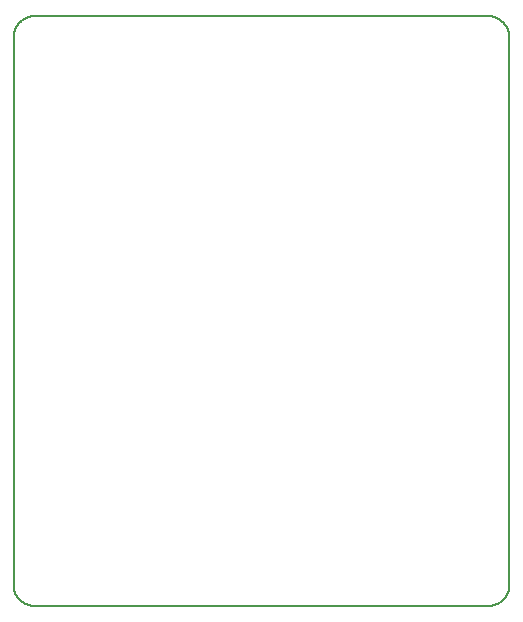
<source format=gm1>
G04 MADE WITH FRITZING*
G04 WWW.FRITZING.ORG*
G04 DOUBLE SIDED*
G04 HOLES PLATED*
G04 CONTOUR ON CENTER OF CONTOUR VECTOR*
%ASAXBY*%
%FSLAX23Y23*%
%MOIN*%
%OFA0B0*%
%SFA1.0B1.0*%
%ADD10C,0.008*%
%LNCONTOUR*%
G90*
G70*
G54D10*
X66Y1969D02*
X67Y1969D01*
X68Y1969D01*
X69Y1969D01*
X70Y1969D01*
X71Y1969D01*
X72Y1969D01*
X73Y1969D01*
X74Y1969D01*
X75Y1969D01*
X76Y1969D01*
X77Y1969D01*
X78Y1969D01*
X79Y1969D01*
X80Y1969D01*
X81Y1969D01*
X82Y1969D01*
X83Y1969D01*
X84Y1969D01*
X85Y1969D01*
X86Y1969D01*
X87Y1969D01*
X88Y1969D01*
X89Y1969D01*
X90Y1969D01*
X91Y1969D01*
X92Y1969D01*
X93Y1969D01*
X94Y1969D01*
X95Y1969D01*
X96Y1969D01*
X97Y1969D01*
X98Y1969D01*
X99Y1969D01*
X100Y1969D01*
X101Y1969D01*
X102Y1969D01*
X103Y1969D01*
X104Y1969D01*
X105Y1969D01*
X106Y1969D01*
X107Y1969D01*
X108Y1969D01*
X109Y1969D01*
X110Y1969D01*
X111Y1969D01*
X112Y1969D01*
X113Y1969D01*
X114Y1969D01*
X115Y1969D01*
X116Y1969D01*
X117Y1969D01*
X118Y1969D01*
X119Y1969D01*
X120Y1969D01*
X121Y1969D01*
X122Y1969D01*
X123Y1969D01*
X124Y1969D01*
X125Y1969D01*
X126Y1969D01*
X127Y1969D01*
X128Y1969D01*
X129Y1969D01*
X130Y1969D01*
X131Y1969D01*
X132Y1969D01*
X133Y1969D01*
X134Y1969D01*
X135Y1969D01*
X136Y1969D01*
X137Y1969D01*
X138Y1969D01*
X139Y1969D01*
X140Y1969D01*
X141Y1969D01*
X142Y1969D01*
X143Y1969D01*
X144Y1969D01*
X145Y1969D01*
X146Y1969D01*
X147Y1969D01*
X148Y1969D01*
X149Y1969D01*
X150Y1969D01*
X151Y1969D01*
X152Y1969D01*
X153Y1969D01*
X154Y1969D01*
X155Y1969D01*
X156Y1969D01*
X157Y1969D01*
X158Y1969D01*
X159Y1969D01*
X160Y1969D01*
X161Y1969D01*
X162Y1969D01*
X163Y1969D01*
X164Y1969D01*
X165Y1969D01*
X166Y1969D01*
X167Y1969D01*
X168Y1969D01*
X169Y1969D01*
X170Y1969D01*
X171Y1969D01*
X172Y1969D01*
X173Y1969D01*
X174Y1969D01*
X175Y1969D01*
X176Y1969D01*
X177Y1969D01*
X178Y1969D01*
X179Y1969D01*
X180Y1969D01*
X181Y1969D01*
X182Y1969D01*
X183Y1969D01*
X184Y1969D01*
X185Y1969D01*
X186Y1969D01*
X187Y1969D01*
X188Y1969D01*
X189Y1969D01*
X190Y1969D01*
X191Y1969D01*
X192Y1969D01*
X193Y1969D01*
X194Y1969D01*
X195Y1969D01*
X196Y1969D01*
X197Y1969D01*
X198Y1969D01*
X199Y1969D01*
X200Y1969D01*
X201Y1969D01*
X202Y1969D01*
X203Y1969D01*
X204Y1969D01*
X205Y1969D01*
X206Y1969D01*
X207Y1969D01*
X208Y1969D01*
X209Y1969D01*
X210Y1969D01*
X211Y1969D01*
X212Y1969D01*
X213Y1969D01*
X214Y1969D01*
X215Y1969D01*
X216Y1969D01*
X217Y1969D01*
X218Y1969D01*
X219Y1969D01*
X220Y1969D01*
X221Y1969D01*
X222Y1969D01*
X223Y1969D01*
X224Y1969D01*
X225Y1969D01*
X226Y1969D01*
X227Y1969D01*
X228Y1969D01*
X229Y1969D01*
X230Y1969D01*
X231Y1969D01*
X232Y1969D01*
X233Y1969D01*
X234Y1969D01*
X235Y1969D01*
X236Y1969D01*
X237Y1969D01*
X238Y1969D01*
X239Y1969D01*
X240Y1969D01*
X241Y1969D01*
X242Y1969D01*
X243Y1969D01*
X244Y1969D01*
X245Y1969D01*
X246Y1969D01*
X247Y1969D01*
X248Y1969D01*
X249Y1969D01*
X250Y1969D01*
X251Y1969D01*
X252Y1969D01*
X253Y1969D01*
X254Y1969D01*
X255Y1969D01*
X256Y1969D01*
X257Y1969D01*
X258Y1969D01*
X259Y1969D01*
X260Y1969D01*
X261Y1969D01*
X262Y1969D01*
X263Y1969D01*
X264Y1969D01*
X265Y1969D01*
X266Y1969D01*
X267Y1969D01*
X268Y1969D01*
X269Y1969D01*
X270Y1969D01*
X271Y1969D01*
X272Y1969D01*
X273Y1969D01*
X274Y1969D01*
X275Y1969D01*
X276Y1969D01*
X277Y1969D01*
X278Y1969D01*
X279Y1969D01*
X280Y1969D01*
X281Y1969D01*
X282Y1969D01*
X283Y1969D01*
X284Y1969D01*
X285Y1969D01*
X286Y1969D01*
X287Y1969D01*
X288Y1969D01*
X289Y1969D01*
X290Y1969D01*
X291Y1969D01*
X292Y1969D01*
X293Y1969D01*
X294Y1969D01*
X295Y1969D01*
X296Y1969D01*
X297Y1969D01*
X298Y1969D01*
X299Y1969D01*
X300Y1969D01*
X301Y1969D01*
X302Y1969D01*
X303Y1969D01*
X304Y1969D01*
X305Y1969D01*
X306Y1969D01*
X307Y1969D01*
X308Y1969D01*
X309Y1969D01*
X310Y1969D01*
X311Y1969D01*
X312Y1969D01*
X313Y1969D01*
X314Y1969D01*
X315Y1969D01*
X316Y1969D01*
X317Y1969D01*
X318Y1969D01*
X319Y1969D01*
X320Y1969D01*
X321Y1969D01*
X322Y1969D01*
X323Y1969D01*
X324Y1969D01*
X325Y1969D01*
X326Y1969D01*
X327Y1969D01*
X328Y1969D01*
X329Y1969D01*
X330Y1969D01*
X331Y1969D01*
X332Y1969D01*
X333Y1969D01*
X334Y1969D01*
X335Y1969D01*
X336Y1969D01*
X337Y1969D01*
X338Y1969D01*
X339Y1969D01*
X340Y1969D01*
X341Y1969D01*
X342Y1969D01*
X343Y1969D01*
X344Y1969D01*
X345Y1969D01*
X346Y1969D01*
X347Y1969D01*
X348Y1969D01*
X349Y1969D01*
X350Y1969D01*
X351Y1969D01*
X352Y1969D01*
X353Y1969D01*
X354Y1969D01*
X355Y1969D01*
X356Y1969D01*
X357Y1969D01*
X358Y1969D01*
X359Y1969D01*
X360Y1969D01*
X361Y1969D01*
X362Y1969D01*
X363Y1969D01*
X364Y1969D01*
X365Y1969D01*
X366Y1969D01*
X367Y1969D01*
X368Y1969D01*
X369Y1969D01*
X370Y1969D01*
X371Y1969D01*
X372Y1969D01*
X373Y1969D01*
X374Y1969D01*
X375Y1969D01*
X376Y1969D01*
X377Y1969D01*
X378Y1969D01*
X379Y1969D01*
X380Y1969D01*
X381Y1969D01*
X382Y1969D01*
X383Y1969D01*
X384Y1969D01*
X385Y1969D01*
X386Y1969D01*
X387Y1969D01*
X388Y1969D01*
X389Y1969D01*
X390Y1969D01*
X391Y1969D01*
X392Y1969D01*
X393Y1969D01*
X394Y1969D01*
X395Y1969D01*
X396Y1969D01*
X397Y1969D01*
X398Y1969D01*
X399Y1969D01*
X400Y1969D01*
X401Y1969D01*
X402Y1969D01*
X403Y1969D01*
X404Y1969D01*
X405Y1969D01*
X406Y1969D01*
X407Y1969D01*
X408Y1969D01*
X409Y1969D01*
X410Y1969D01*
X411Y1969D01*
X412Y1969D01*
X413Y1969D01*
X414Y1969D01*
X415Y1969D01*
X416Y1969D01*
X417Y1969D01*
X418Y1969D01*
X419Y1969D01*
X420Y1969D01*
X421Y1969D01*
X422Y1969D01*
X423Y1969D01*
X424Y1969D01*
X425Y1969D01*
X426Y1969D01*
X427Y1969D01*
X428Y1969D01*
X429Y1969D01*
X430Y1969D01*
X431Y1969D01*
X432Y1969D01*
X433Y1969D01*
X434Y1969D01*
X435Y1969D01*
X436Y1969D01*
X437Y1969D01*
X438Y1969D01*
X439Y1969D01*
X440Y1969D01*
X441Y1969D01*
X442Y1969D01*
X443Y1969D01*
X444Y1969D01*
X445Y1969D01*
X446Y1969D01*
X447Y1969D01*
X448Y1969D01*
X449Y1969D01*
X450Y1969D01*
X451Y1969D01*
X452Y1969D01*
X453Y1969D01*
X454Y1969D01*
X455Y1969D01*
X456Y1969D01*
X457Y1969D01*
X458Y1969D01*
X459Y1969D01*
X460Y1969D01*
X461Y1969D01*
X462Y1969D01*
X463Y1969D01*
X464Y1969D01*
X465Y1969D01*
X466Y1969D01*
X467Y1969D01*
X468Y1969D01*
X469Y1969D01*
X470Y1969D01*
X471Y1969D01*
X472Y1969D01*
X473Y1969D01*
X474Y1969D01*
X475Y1969D01*
X476Y1969D01*
X477Y1969D01*
X478Y1969D01*
X479Y1969D01*
X480Y1969D01*
X481Y1969D01*
X482Y1969D01*
X483Y1969D01*
X484Y1969D01*
X485Y1969D01*
X486Y1969D01*
X487Y1969D01*
X488Y1969D01*
X489Y1969D01*
X490Y1969D01*
X491Y1969D01*
X492Y1969D01*
X493Y1969D01*
X494Y1969D01*
X495Y1969D01*
X496Y1969D01*
X497Y1969D01*
X498Y1969D01*
X499Y1969D01*
X500Y1969D01*
X501Y1969D01*
X502Y1969D01*
X503Y1969D01*
X504Y1969D01*
X505Y1969D01*
X506Y1969D01*
X507Y1969D01*
X508Y1969D01*
X509Y1969D01*
X510Y1969D01*
X511Y1969D01*
X512Y1969D01*
X513Y1969D01*
X514Y1969D01*
X515Y1969D01*
X516Y1969D01*
X517Y1969D01*
X518Y1969D01*
X519Y1969D01*
X520Y1969D01*
X521Y1969D01*
X522Y1969D01*
X523Y1969D01*
X524Y1969D01*
X525Y1969D01*
X526Y1969D01*
X527Y1969D01*
X528Y1969D01*
X529Y1969D01*
X530Y1969D01*
X531Y1969D01*
X532Y1969D01*
X533Y1969D01*
X534Y1969D01*
X535Y1969D01*
X536Y1969D01*
X537Y1969D01*
X538Y1969D01*
X539Y1969D01*
X540Y1969D01*
X541Y1969D01*
X542Y1969D01*
X543Y1969D01*
X544Y1969D01*
X545Y1969D01*
X546Y1969D01*
X547Y1969D01*
X548Y1969D01*
X549Y1969D01*
X550Y1969D01*
X551Y1969D01*
X552Y1969D01*
X553Y1969D01*
X554Y1969D01*
X555Y1969D01*
X556Y1969D01*
X557Y1969D01*
X558Y1969D01*
X559Y1969D01*
X560Y1969D01*
X561Y1969D01*
X562Y1969D01*
X563Y1969D01*
X564Y1969D01*
X565Y1969D01*
X566Y1969D01*
X567Y1969D01*
X568Y1969D01*
X569Y1969D01*
X570Y1969D01*
X571Y1969D01*
X572Y1969D01*
X573Y1969D01*
X574Y1969D01*
X575Y1969D01*
X576Y1969D01*
X577Y1969D01*
X578Y1969D01*
X579Y1969D01*
X580Y1969D01*
X581Y1969D01*
X582Y1969D01*
X583Y1969D01*
X584Y1969D01*
X585Y1969D01*
X586Y1969D01*
X587Y1969D01*
X588Y1969D01*
X589Y1969D01*
X590Y1969D01*
X591Y1969D01*
X592Y1969D01*
X593Y1969D01*
X594Y1969D01*
X595Y1969D01*
X596Y1969D01*
X597Y1969D01*
X598Y1969D01*
X599Y1969D01*
X600Y1969D01*
X601Y1969D01*
X602Y1969D01*
X603Y1969D01*
X604Y1969D01*
X605Y1969D01*
X606Y1969D01*
X607Y1969D01*
X608Y1969D01*
X609Y1969D01*
X610Y1969D01*
X611Y1969D01*
X612Y1969D01*
X613Y1969D01*
X614Y1969D01*
X615Y1969D01*
X616Y1969D01*
X617Y1969D01*
X618Y1969D01*
X619Y1969D01*
X620Y1969D01*
X621Y1969D01*
X622Y1969D01*
X623Y1969D01*
X624Y1969D01*
X625Y1969D01*
X626Y1969D01*
X627Y1969D01*
X628Y1969D01*
X629Y1969D01*
X630Y1969D01*
X631Y1969D01*
X632Y1969D01*
X633Y1969D01*
X634Y1969D01*
X635Y1969D01*
X636Y1969D01*
X637Y1969D01*
X638Y1969D01*
X639Y1969D01*
X640Y1969D01*
X641Y1969D01*
X642Y1969D01*
X643Y1969D01*
X644Y1969D01*
X645Y1969D01*
X646Y1969D01*
X647Y1969D01*
X648Y1969D01*
X649Y1969D01*
X650Y1969D01*
X651Y1969D01*
X652Y1969D01*
X653Y1969D01*
X654Y1969D01*
X655Y1969D01*
X656Y1969D01*
X657Y1969D01*
X658Y1969D01*
X659Y1969D01*
X660Y1969D01*
X661Y1969D01*
X662Y1969D01*
X663Y1969D01*
X664Y1969D01*
X665Y1969D01*
X666Y1969D01*
X667Y1969D01*
X668Y1969D01*
X669Y1969D01*
X670Y1969D01*
X671Y1969D01*
X672Y1969D01*
X673Y1969D01*
X674Y1969D01*
X675Y1969D01*
X676Y1969D01*
X677Y1969D01*
X678Y1969D01*
X679Y1969D01*
X680Y1969D01*
X681Y1969D01*
X682Y1969D01*
X683Y1969D01*
X684Y1969D01*
X685Y1969D01*
X686Y1969D01*
X687Y1969D01*
X688Y1969D01*
X689Y1969D01*
X690Y1969D01*
X691Y1969D01*
X692Y1969D01*
X693Y1969D01*
X694Y1969D01*
X695Y1969D01*
X696Y1969D01*
X697Y1969D01*
X698Y1969D01*
X699Y1969D01*
X700Y1969D01*
X701Y1969D01*
X702Y1969D01*
X703Y1969D01*
X704Y1969D01*
X705Y1969D01*
X706Y1969D01*
X707Y1969D01*
X708Y1969D01*
X709Y1969D01*
X710Y1969D01*
X711Y1969D01*
X712Y1969D01*
X713Y1969D01*
X714Y1969D01*
X715Y1969D01*
X716Y1969D01*
X717Y1969D01*
X718Y1969D01*
X719Y1969D01*
X720Y1969D01*
X721Y1969D01*
X722Y1969D01*
X723Y1969D01*
X724Y1969D01*
X725Y1969D01*
X726Y1969D01*
X727Y1969D01*
X728Y1969D01*
X729Y1969D01*
X730Y1969D01*
X731Y1969D01*
X732Y1969D01*
X733Y1969D01*
X734Y1969D01*
X735Y1969D01*
X736Y1969D01*
X737Y1969D01*
X738Y1969D01*
X739Y1969D01*
X740Y1969D01*
X741Y1969D01*
X742Y1969D01*
X743Y1969D01*
X744Y1969D01*
X745Y1969D01*
X746Y1969D01*
X747Y1969D01*
X748Y1969D01*
X749Y1969D01*
X750Y1969D01*
X751Y1969D01*
X752Y1969D01*
X753Y1969D01*
X754Y1969D01*
X755Y1969D01*
X756Y1969D01*
X757Y1969D01*
X758Y1969D01*
X759Y1969D01*
X760Y1969D01*
X761Y1969D01*
X762Y1969D01*
X763Y1969D01*
X764Y1969D01*
X765Y1969D01*
X766Y1969D01*
X767Y1969D01*
X768Y1969D01*
X769Y1969D01*
X770Y1969D01*
X771Y1969D01*
X772Y1969D01*
X773Y1969D01*
X774Y1969D01*
X775Y1969D01*
X776Y1969D01*
X777Y1969D01*
X778Y1969D01*
X779Y1969D01*
X780Y1969D01*
X781Y1969D01*
X782Y1969D01*
X783Y1969D01*
X784Y1969D01*
X785Y1969D01*
X786Y1969D01*
X787Y1969D01*
X788Y1969D01*
X789Y1969D01*
X790Y1969D01*
X791Y1969D01*
X792Y1969D01*
X793Y1969D01*
X794Y1969D01*
X795Y1969D01*
X796Y1969D01*
X797Y1969D01*
X798Y1969D01*
X799Y1969D01*
X800Y1969D01*
X801Y1969D01*
X802Y1969D01*
X803Y1969D01*
X804Y1969D01*
X805Y1969D01*
X806Y1969D01*
X807Y1969D01*
X808Y1969D01*
X809Y1969D01*
X810Y1969D01*
X811Y1969D01*
X812Y1969D01*
X813Y1969D01*
X814Y1969D01*
X815Y1969D01*
X816Y1969D01*
X817Y1969D01*
X818Y1969D01*
X819Y1969D01*
X820Y1969D01*
X821Y1969D01*
X822Y1969D01*
X823Y1969D01*
X824Y1969D01*
X825Y1969D01*
X826Y1969D01*
X827Y1969D01*
X828Y1969D01*
X829Y1969D01*
X830Y1969D01*
X831Y1969D01*
X832Y1969D01*
X833Y1969D01*
X834Y1969D01*
X835Y1969D01*
X836Y1969D01*
X837Y1969D01*
X838Y1969D01*
X839Y1969D01*
X840Y1969D01*
X841Y1969D01*
X842Y1969D01*
X843Y1969D01*
X844Y1969D01*
X845Y1969D01*
X846Y1969D01*
X847Y1969D01*
X848Y1969D01*
X849Y1969D01*
X850Y1969D01*
X851Y1969D01*
X852Y1969D01*
X853Y1969D01*
X854Y1969D01*
X855Y1969D01*
X856Y1969D01*
X857Y1969D01*
X858Y1969D01*
X859Y1969D01*
X860Y1969D01*
X861Y1969D01*
X862Y1969D01*
X863Y1969D01*
X864Y1969D01*
X865Y1969D01*
X866Y1969D01*
X867Y1969D01*
X868Y1969D01*
X869Y1969D01*
X870Y1969D01*
X871Y1969D01*
X872Y1969D01*
X873Y1969D01*
X874Y1969D01*
X875Y1969D01*
X876Y1969D01*
X877Y1969D01*
X878Y1969D01*
X879Y1969D01*
X880Y1969D01*
X881Y1969D01*
X882Y1969D01*
X883Y1969D01*
X884Y1969D01*
X885Y1969D01*
X886Y1969D01*
X887Y1969D01*
X888Y1969D01*
X889Y1969D01*
X890Y1969D01*
X891Y1969D01*
X892Y1969D01*
X893Y1969D01*
X894Y1969D01*
X895Y1969D01*
X896Y1969D01*
X897Y1969D01*
X898Y1969D01*
X899Y1969D01*
X900Y1969D01*
X901Y1969D01*
X902Y1969D01*
X903Y1969D01*
X904Y1969D01*
X905Y1969D01*
X906Y1969D01*
X907Y1969D01*
X908Y1969D01*
X909Y1969D01*
X910Y1969D01*
X911Y1969D01*
X912Y1969D01*
X913Y1969D01*
X914Y1969D01*
X915Y1969D01*
X916Y1969D01*
X917Y1969D01*
X918Y1969D01*
X919Y1969D01*
X920Y1969D01*
X921Y1969D01*
X922Y1969D01*
X923Y1969D01*
X924Y1969D01*
X925Y1969D01*
X926Y1969D01*
X927Y1969D01*
X928Y1969D01*
X929Y1969D01*
X930Y1969D01*
X931Y1969D01*
X932Y1969D01*
X933Y1969D01*
X934Y1969D01*
X935Y1969D01*
X936Y1969D01*
X937Y1969D01*
X938Y1969D01*
X939Y1969D01*
X940Y1969D01*
X941Y1969D01*
X942Y1969D01*
X943Y1969D01*
X944Y1969D01*
X945Y1969D01*
X946Y1969D01*
X947Y1969D01*
X948Y1969D01*
X949Y1969D01*
X950Y1969D01*
X951Y1969D01*
X952Y1969D01*
X953Y1969D01*
X954Y1969D01*
X955Y1969D01*
X956Y1969D01*
X957Y1969D01*
X958Y1969D01*
X959Y1969D01*
X960Y1969D01*
X961Y1969D01*
X962Y1969D01*
X963Y1969D01*
X964Y1969D01*
X965Y1969D01*
X966Y1969D01*
X967Y1969D01*
X968Y1969D01*
X969Y1969D01*
X970Y1969D01*
X971Y1969D01*
X972Y1969D01*
X973Y1969D01*
X974Y1969D01*
X975Y1969D01*
X976Y1969D01*
X977Y1969D01*
X978Y1969D01*
X979Y1969D01*
X980Y1969D01*
X981Y1969D01*
X982Y1969D01*
X983Y1969D01*
X984Y1969D01*
X985Y1969D01*
X986Y1969D01*
X987Y1969D01*
X988Y1969D01*
X989Y1969D01*
X990Y1969D01*
X991Y1969D01*
X992Y1969D01*
X993Y1969D01*
X994Y1969D01*
X995Y1969D01*
X996Y1969D01*
X997Y1969D01*
X998Y1969D01*
X999Y1969D01*
X1000Y1969D01*
X1001Y1969D01*
X1002Y1969D01*
X1003Y1969D01*
X1004Y1969D01*
X1005Y1969D01*
X1006Y1969D01*
X1007Y1969D01*
X1008Y1969D01*
X1009Y1969D01*
X1010Y1969D01*
X1011Y1969D01*
X1012Y1969D01*
X1013Y1969D01*
X1014Y1969D01*
X1015Y1969D01*
X1016Y1969D01*
X1017Y1969D01*
X1018Y1969D01*
X1019Y1969D01*
X1020Y1969D01*
X1021Y1969D01*
X1022Y1969D01*
X1023Y1969D01*
X1024Y1969D01*
X1025Y1969D01*
X1026Y1969D01*
X1027Y1969D01*
X1028Y1969D01*
X1029Y1969D01*
X1030Y1969D01*
X1031Y1969D01*
X1032Y1969D01*
X1033Y1969D01*
X1034Y1969D01*
X1035Y1969D01*
X1036Y1969D01*
X1037Y1969D01*
X1038Y1969D01*
X1039Y1969D01*
X1040Y1969D01*
X1041Y1969D01*
X1042Y1969D01*
X1043Y1969D01*
X1044Y1969D01*
X1045Y1969D01*
X1046Y1969D01*
X1047Y1969D01*
X1048Y1969D01*
X1049Y1969D01*
X1050Y1969D01*
X1051Y1969D01*
X1052Y1969D01*
X1053Y1969D01*
X1054Y1969D01*
X1055Y1969D01*
X1056Y1969D01*
X1057Y1969D01*
X1058Y1969D01*
X1059Y1969D01*
X1060Y1969D01*
X1061Y1969D01*
X1062Y1969D01*
X1063Y1969D01*
X1064Y1969D01*
X1065Y1969D01*
X1066Y1969D01*
X1067Y1969D01*
X1068Y1969D01*
X1069Y1969D01*
X1070Y1969D01*
X1071Y1969D01*
X1072Y1969D01*
X1073Y1969D01*
X1074Y1969D01*
X1075Y1969D01*
X1076Y1969D01*
X1077Y1969D01*
X1078Y1969D01*
X1079Y1969D01*
X1080Y1969D01*
X1081Y1969D01*
X1082Y1969D01*
X1083Y1969D01*
X1084Y1969D01*
X1085Y1969D01*
X1086Y1969D01*
X1087Y1969D01*
X1088Y1969D01*
X1089Y1969D01*
X1090Y1969D01*
X1091Y1969D01*
X1092Y1969D01*
X1093Y1969D01*
X1094Y1969D01*
X1095Y1969D01*
X1096Y1969D01*
X1097Y1969D01*
X1098Y1969D01*
X1099Y1969D01*
X1100Y1969D01*
X1101Y1969D01*
X1102Y1969D01*
X1103Y1969D01*
X1104Y1969D01*
X1105Y1969D01*
X1106Y1969D01*
X1107Y1969D01*
X1108Y1969D01*
X1109Y1969D01*
X1110Y1969D01*
X1111Y1969D01*
X1112Y1969D01*
X1113Y1969D01*
X1114Y1969D01*
X1115Y1969D01*
X1116Y1969D01*
X1117Y1969D01*
X1118Y1969D01*
X1119Y1969D01*
X1120Y1969D01*
X1121Y1969D01*
X1122Y1969D01*
X1123Y1969D01*
X1124Y1969D01*
X1125Y1969D01*
X1126Y1969D01*
X1127Y1969D01*
X1128Y1969D01*
X1129Y1969D01*
X1130Y1969D01*
X1131Y1969D01*
X1132Y1969D01*
X1133Y1969D01*
X1134Y1969D01*
X1135Y1969D01*
X1136Y1969D01*
X1137Y1969D01*
X1138Y1969D01*
X1139Y1969D01*
X1140Y1969D01*
X1141Y1969D01*
X1142Y1969D01*
X1143Y1969D01*
X1144Y1969D01*
X1145Y1969D01*
X1146Y1969D01*
X1147Y1969D01*
X1148Y1969D01*
X1149Y1969D01*
X1150Y1969D01*
X1151Y1969D01*
X1152Y1969D01*
X1153Y1969D01*
X1154Y1969D01*
X1155Y1969D01*
X1156Y1969D01*
X1157Y1969D01*
X1158Y1969D01*
X1159Y1969D01*
X1160Y1969D01*
X1161Y1969D01*
X1162Y1969D01*
X1163Y1969D01*
X1164Y1969D01*
X1165Y1969D01*
X1166Y1969D01*
X1167Y1969D01*
X1168Y1969D01*
X1169Y1969D01*
X1170Y1969D01*
X1171Y1969D01*
X1172Y1969D01*
X1173Y1969D01*
X1174Y1969D01*
X1175Y1969D01*
X1176Y1969D01*
X1177Y1969D01*
X1178Y1969D01*
X1179Y1969D01*
X1180Y1969D01*
X1181Y1969D01*
X1182Y1969D01*
X1183Y1969D01*
X1184Y1969D01*
X1185Y1969D01*
X1186Y1969D01*
X1187Y1969D01*
X1188Y1969D01*
X1189Y1969D01*
X1190Y1969D01*
X1191Y1969D01*
X1192Y1969D01*
X1193Y1969D01*
X1194Y1969D01*
X1195Y1969D01*
X1196Y1969D01*
X1197Y1969D01*
X1198Y1969D01*
X1199Y1969D01*
X1200Y1969D01*
X1201Y1969D01*
X1202Y1969D01*
X1203Y1969D01*
X1204Y1969D01*
X1205Y1969D01*
X1206Y1969D01*
X1207Y1969D01*
X1208Y1969D01*
X1209Y1969D01*
X1210Y1969D01*
X1211Y1969D01*
X1212Y1969D01*
X1213Y1969D01*
X1214Y1969D01*
X1215Y1969D01*
X1216Y1969D01*
X1217Y1969D01*
X1218Y1969D01*
X1219Y1969D01*
X1220Y1969D01*
X1221Y1969D01*
X1222Y1969D01*
X1223Y1969D01*
X1224Y1969D01*
X1225Y1969D01*
X1226Y1969D01*
X1227Y1969D01*
X1228Y1969D01*
X1229Y1969D01*
X1230Y1969D01*
X1231Y1969D01*
X1232Y1969D01*
X1233Y1969D01*
X1234Y1969D01*
X1235Y1969D01*
X1236Y1969D01*
X1237Y1969D01*
X1238Y1969D01*
X1239Y1969D01*
X1240Y1969D01*
X1241Y1969D01*
X1242Y1969D01*
X1243Y1969D01*
X1244Y1969D01*
X1245Y1969D01*
X1246Y1969D01*
X1247Y1969D01*
X1248Y1969D01*
X1249Y1969D01*
X1250Y1969D01*
X1251Y1969D01*
X1252Y1969D01*
X1253Y1969D01*
X1254Y1969D01*
X1255Y1969D01*
X1256Y1969D01*
X1257Y1969D01*
X1258Y1969D01*
X1259Y1969D01*
X1260Y1969D01*
X1261Y1969D01*
X1262Y1969D01*
X1263Y1969D01*
X1264Y1969D01*
X1265Y1969D01*
X1266Y1969D01*
X1267Y1969D01*
X1268Y1969D01*
X1269Y1969D01*
X1270Y1969D01*
X1271Y1969D01*
X1272Y1969D01*
X1273Y1969D01*
X1274Y1969D01*
X1275Y1969D01*
X1276Y1969D01*
X1277Y1969D01*
X1278Y1969D01*
X1279Y1969D01*
X1280Y1969D01*
X1281Y1969D01*
X1282Y1969D01*
X1283Y1969D01*
X1284Y1969D01*
X1285Y1969D01*
X1286Y1969D01*
X1287Y1969D01*
X1288Y1969D01*
X1289Y1969D01*
X1290Y1969D01*
X1291Y1969D01*
X1292Y1969D01*
X1293Y1969D01*
X1294Y1969D01*
X1295Y1969D01*
X1296Y1969D01*
X1297Y1969D01*
X1298Y1969D01*
X1299Y1969D01*
X1300Y1969D01*
X1301Y1969D01*
X1302Y1969D01*
X1303Y1969D01*
X1304Y1969D01*
X1305Y1969D01*
X1306Y1969D01*
X1307Y1969D01*
X1308Y1969D01*
X1309Y1969D01*
X1310Y1969D01*
X1311Y1969D01*
X1312Y1969D01*
X1313Y1969D01*
X1314Y1969D01*
X1315Y1969D01*
X1316Y1969D01*
X1317Y1969D01*
X1318Y1969D01*
X1319Y1969D01*
X1320Y1969D01*
X1321Y1969D01*
X1322Y1969D01*
X1323Y1969D01*
X1324Y1969D01*
X1325Y1969D01*
X1326Y1969D01*
X1327Y1969D01*
X1328Y1969D01*
X1329Y1969D01*
X1330Y1969D01*
X1331Y1969D01*
X1332Y1969D01*
X1333Y1969D01*
X1334Y1969D01*
X1335Y1969D01*
X1336Y1969D01*
X1337Y1969D01*
X1338Y1969D01*
X1339Y1969D01*
X1340Y1969D01*
X1341Y1969D01*
X1342Y1969D01*
X1343Y1969D01*
X1344Y1969D01*
X1345Y1969D01*
X1346Y1969D01*
X1347Y1969D01*
X1348Y1969D01*
X1349Y1969D01*
X1350Y1969D01*
X1351Y1969D01*
X1352Y1969D01*
X1353Y1969D01*
X1354Y1969D01*
X1355Y1969D01*
X1356Y1969D01*
X1357Y1969D01*
X1358Y1969D01*
X1359Y1969D01*
X1360Y1969D01*
X1361Y1969D01*
X1362Y1969D01*
X1363Y1969D01*
X1364Y1969D01*
X1365Y1969D01*
X1366Y1969D01*
X1367Y1969D01*
X1368Y1969D01*
X1369Y1969D01*
X1370Y1969D01*
X1371Y1969D01*
X1372Y1969D01*
X1373Y1969D01*
X1374Y1969D01*
X1375Y1969D01*
X1376Y1969D01*
X1377Y1969D01*
X1378Y1969D01*
X1379Y1969D01*
X1380Y1969D01*
X1381Y1969D01*
X1382Y1969D01*
X1383Y1969D01*
X1384Y1969D01*
X1385Y1969D01*
X1386Y1969D01*
X1387Y1969D01*
X1388Y1969D01*
X1389Y1969D01*
X1390Y1969D01*
X1391Y1969D01*
X1392Y1969D01*
X1393Y1969D01*
X1394Y1969D01*
X1395Y1969D01*
X1396Y1969D01*
X1397Y1969D01*
X1398Y1969D01*
X1399Y1969D01*
X1400Y1969D01*
X1401Y1969D01*
X1402Y1969D01*
X1403Y1969D01*
X1404Y1969D01*
X1405Y1969D01*
X1406Y1969D01*
X1407Y1969D01*
X1408Y1969D01*
X1409Y1969D01*
X1410Y1969D01*
X1411Y1969D01*
X1412Y1969D01*
X1413Y1969D01*
X1414Y1969D01*
X1415Y1969D01*
X1416Y1969D01*
X1417Y1969D01*
X1418Y1969D01*
X1419Y1969D01*
X1420Y1969D01*
X1421Y1969D01*
X1422Y1969D01*
X1423Y1969D01*
X1424Y1969D01*
X1425Y1969D01*
X1426Y1969D01*
X1427Y1969D01*
X1428Y1969D01*
X1429Y1969D01*
X1430Y1969D01*
X1431Y1969D01*
X1432Y1969D01*
X1433Y1969D01*
X1434Y1969D01*
X1435Y1969D01*
X1436Y1969D01*
X1437Y1969D01*
X1438Y1969D01*
X1439Y1969D01*
X1440Y1969D01*
X1441Y1969D01*
X1442Y1969D01*
X1443Y1969D01*
X1444Y1969D01*
X1445Y1969D01*
X1446Y1969D01*
X1447Y1969D01*
X1448Y1969D01*
X1449Y1969D01*
X1450Y1969D01*
X1451Y1969D01*
X1452Y1969D01*
X1453Y1969D01*
X1454Y1969D01*
X1455Y1969D01*
X1456Y1969D01*
X1457Y1969D01*
X1458Y1969D01*
X1459Y1969D01*
X1460Y1969D01*
X1461Y1969D01*
X1462Y1969D01*
X1463Y1969D01*
X1464Y1969D01*
X1465Y1969D01*
X1466Y1969D01*
X1467Y1969D01*
X1468Y1969D01*
X1469Y1969D01*
X1470Y1969D01*
X1471Y1969D01*
X1472Y1969D01*
X1473Y1969D01*
X1474Y1969D01*
X1475Y1969D01*
X1476Y1969D01*
X1477Y1969D01*
X1478Y1969D01*
X1479Y1969D01*
X1480Y1969D01*
X1481Y1969D01*
X1482Y1969D01*
X1483Y1969D01*
X1484Y1969D01*
X1485Y1969D01*
X1486Y1969D01*
X1487Y1969D01*
X1488Y1969D01*
X1489Y1969D01*
X1490Y1969D01*
X1491Y1969D01*
X1492Y1969D01*
X1493Y1969D01*
X1494Y1969D01*
X1495Y1969D01*
X1496Y1969D01*
X1497Y1969D01*
X1498Y1969D01*
X1499Y1969D01*
X1500Y1969D01*
X1501Y1969D01*
X1502Y1969D01*
X1503Y1969D01*
X1504Y1969D01*
X1505Y1969D01*
X1506Y1969D01*
X1507Y1969D01*
X1508Y1969D01*
X1509Y1969D01*
X1510Y1969D01*
X1511Y1969D01*
X1512Y1969D01*
X1513Y1969D01*
X1514Y1969D01*
X1515Y1969D01*
X1516Y1969D01*
X1517Y1969D01*
X1518Y1969D01*
X1519Y1969D01*
X1520Y1969D01*
X1521Y1969D01*
X1522Y1969D01*
X1523Y1969D01*
X1524Y1969D01*
X1525Y1969D01*
X1526Y1969D01*
X1527Y1969D01*
X1528Y1969D01*
X1529Y1969D01*
X1530Y1969D01*
X1531Y1969D01*
X1532Y1969D01*
X1533Y1969D01*
X1534Y1969D01*
X1535Y1969D01*
X1536Y1969D01*
X1537Y1969D01*
X1538Y1969D01*
X1539Y1969D01*
X1540Y1969D01*
X1541Y1969D01*
X1542Y1969D01*
X1543Y1969D01*
X1544Y1969D01*
X1545Y1969D01*
X1546Y1969D01*
X1547Y1969D01*
X1548Y1969D01*
X1549Y1969D01*
X1550Y1969D01*
X1551Y1969D01*
X1552Y1969D01*
X1553Y1969D01*
X1554Y1969D01*
X1555Y1969D01*
X1556Y1969D01*
X1557Y1969D01*
X1558Y1969D01*
X1559Y1969D01*
X1560Y1969D01*
X1561Y1969D01*
X1562Y1969D01*
X1563Y1969D01*
X1564Y1969D01*
X1565Y1969D01*
X1566Y1969D01*
X1567Y1969D01*
X1568Y1969D01*
X1569Y1969D01*
X1570Y1969D01*
X1571Y1969D01*
X1572Y1969D01*
X1573Y1969D01*
X1574Y1969D01*
X1575Y1969D01*
X1576Y1969D01*
X1577Y1969D01*
X1578Y1969D01*
X1579Y1969D01*
X1580Y1969D01*
X1581Y1969D01*
X1582Y1969D01*
X1583Y1969D01*
X1584Y1969D01*
X1585Y1969D01*
X1586Y1969D01*
X1587Y1968D01*
X1588Y1968D01*
X1589Y1968D01*
X1590Y1968D01*
X1591Y1968D01*
X1592Y1968D01*
X1593Y1968D01*
X1594Y1967D01*
X1595Y1967D01*
X1596Y1967D01*
X1597Y1967D01*
X1598Y1966D01*
X1599Y1966D01*
X1600Y1966D01*
X1601Y1966D01*
X1602Y1965D01*
X1603Y1965D01*
X1604Y1965D01*
X1605Y1964D01*
X1606Y1964D01*
X1607Y1964D01*
X1608Y1963D01*
X1609Y1963D01*
X1610Y1962D01*
X1611Y1962D01*
X1612Y1961D01*
X1613Y1961D01*
X1614Y1960D01*
X1615Y1960D01*
X1616Y1959D01*
X1617Y1959D01*
X1618Y1958D01*
X1619Y1958D01*
X1620Y1957D01*
X1621Y1956D01*
X1622Y1956D01*
X1623Y1955D01*
X1624Y1954D01*
X1625Y1954D01*
X1626Y1953D01*
X1627Y1952D01*
X1628Y1951D01*
X1629Y1950D01*
X1630Y1949D01*
X1631Y1949D01*
X1632Y1948D01*
X1633Y1947D01*
X1633Y1946D01*
X1634Y1945D01*
X1635Y1944D01*
X1636Y1943D01*
X1637Y1942D01*
X1638Y1941D01*
X1639Y1940D01*
X1639Y1939D01*
X1640Y1938D01*
X1641Y1937D01*
X1641Y1936D01*
X1642Y1935D01*
X1643Y1934D01*
X1643Y1933D01*
X1644Y1932D01*
X1644Y1931D01*
X1645Y1930D01*
X1645Y1929D01*
X1646Y1928D01*
X1646Y1927D01*
X1647Y1926D01*
X1647Y1925D01*
X1648Y1924D01*
X1648Y1922D01*
X1649Y1921D01*
X1649Y1919D01*
X1650Y1918D01*
X1650Y1915D01*
X1651Y1914D01*
X1651Y1909D01*
X1652Y1908D01*
X1652Y63D01*
X1651Y62D01*
X1651Y57D01*
X1650Y56D01*
X1650Y53D01*
X1649Y52D01*
X1649Y50D01*
X1648Y49D01*
X1648Y47D01*
X1647Y46D01*
X1647Y45D01*
X1646Y44D01*
X1646Y43D01*
X1645Y42D01*
X1645Y41D01*
X1644Y40D01*
X1644Y39D01*
X1643Y38D01*
X1643Y37D01*
X1642Y36D01*
X1641Y35D01*
X1641Y34D01*
X1640Y33D01*
X1639Y32D01*
X1639Y31D01*
X1638Y30D01*
X1637Y29D01*
X1636Y28D01*
X1635Y27D01*
X1634Y26D01*
X1633Y25D01*
X1633Y24D01*
X1632Y23D01*
X1631Y22D01*
X1630Y22D01*
X1629Y21D01*
X1628Y20D01*
X1627Y19D01*
X1626Y18D01*
X1625Y17D01*
X1624Y17D01*
X1623Y16D01*
X1622Y15D01*
X1621Y15D01*
X1620Y14D01*
X1619Y13D01*
X1618Y13D01*
X1617Y12D01*
X1616Y12D01*
X1615Y11D01*
X1614Y11D01*
X1613Y10D01*
X1612Y10D01*
X1611Y9D01*
X1610Y9D01*
X1609Y8D01*
X1608Y8D01*
X1607Y7D01*
X1606Y7D01*
X1605Y7D01*
X1604Y6D01*
X1603Y6D01*
X1602Y6D01*
X1601Y5D01*
X1600Y5D01*
X1599Y5D01*
X1598Y5D01*
X1597Y4D01*
X1596Y4D01*
X1595Y4D01*
X1594Y4D01*
X1593Y3D01*
X1592Y3D01*
X1591Y3D01*
X1590Y3D01*
X1589Y3D01*
X1588Y3D01*
X1587Y3D01*
X1586Y2D01*
X1585Y2D01*
X1584Y2D01*
X1583Y2D01*
X1582Y2D01*
X1581Y2D01*
X1580Y2D01*
X1579Y2D01*
X1578Y2D01*
X1577Y2D01*
X1576Y2D01*
X1575Y2D01*
X1574Y2D01*
X1573Y2D01*
X1572Y2D01*
X1571Y2D01*
X1570Y2D01*
X1569Y2D01*
X1568Y2D01*
X1567Y2D01*
X1566Y2D01*
X1565Y2D01*
X1564Y2D01*
X1563Y2D01*
X1562Y2D01*
X1561Y2D01*
X1560Y2D01*
X1559Y2D01*
X1558Y2D01*
X1557Y2D01*
X1556Y2D01*
X1555Y2D01*
X1554Y2D01*
X1553Y2D01*
X1552Y2D01*
X1551Y2D01*
X1550Y2D01*
X1549Y2D01*
X1548Y2D01*
X1547Y2D01*
X1546Y2D01*
X1545Y2D01*
X1544Y2D01*
X1543Y2D01*
X1542Y2D01*
X1541Y2D01*
X1540Y2D01*
X1539Y2D01*
X1538Y2D01*
X1537Y2D01*
X1536Y2D01*
X1535Y2D01*
X1534Y2D01*
X1533Y2D01*
X1532Y2D01*
X1531Y2D01*
X1530Y2D01*
X1529Y2D01*
X1528Y2D01*
X1527Y2D01*
X1526Y2D01*
X1525Y2D01*
X1524Y2D01*
X1523Y2D01*
X1522Y2D01*
X1521Y2D01*
X1520Y2D01*
X1519Y2D01*
X1518Y2D01*
X1517Y2D01*
X1516Y2D01*
X1515Y2D01*
X1514Y2D01*
X1513Y2D01*
X1512Y2D01*
X1511Y2D01*
X1510Y2D01*
X1509Y2D01*
X1508Y2D01*
X1507Y2D01*
X1506Y2D01*
X1505Y2D01*
X1504Y2D01*
X1503Y2D01*
X1502Y2D01*
X1501Y2D01*
X1500Y2D01*
X1499Y2D01*
X1498Y2D01*
X1497Y2D01*
X1496Y2D01*
X1495Y2D01*
X1494Y2D01*
X1493Y2D01*
X1492Y2D01*
X1491Y2D01*
X1490Y2D01*
X1489Y2D01*
X1488Y2D01*
X1487Y2D01*
X1486Y2D01*
X1485Y2D01*
X1484Y2D01*
X1483Y2D01*
X1482Y2D01*
X1481Y2D01*
X1480Y2D01*
X1479Y2D01*
X1478Y2D01*
X1477Y2D01*
X1476Y2D01*
X1475Y2D01*
X1474Y2D01*
X1473Y2D01*
X1472Y2D01*
X1471Y2D01*
X1470Y2D01*
X1469Y2D01*
X1468Y2D01*
X1467Y2D01*
X1466Y2D01*
X1465Y2D01*
X1464Y2D01*
X1463Y2D01*
X1462Y2D01*
X1461Y2D01*
X1460Y2D01*
X1459Y2D01*
X1458Y2D01*
X1457Y2D01*
X1456Y2D01*
X1455Y2D01*
X1454Y2D01*
X1453Y2D01*
X1452Y2D01*
X1451Y2D01*
X1450Y2D01*
X1449Y2D01*
X1448Y2D01*
X1447Y2D01*
X1446Y2D01*
X1445Y2D01*
X1444Y2D01*
X1443Y2D01*
X1442Y2D01*
X1441Y2D01*
X1440Y2D01*
X1439Y2D01*
X1438Y2D01*
X1437Y2D01*
X1436Y2D01*
X1435Y2D01*
X1434Y2D01*
X1433Y2D01*
X1432Y2D01*
X1431Y2D01*
X1430Y2D01*
X1429Y2D01*
X1428Y2D01*
X1427Y2D01*
X1426Y2D01*
X1425Y2D01*
X1424Y2D01*
X1423Y2D01*
X1422Y2D01*
X1421Y2D01*
X1420Y2D01*
X1419Y2D01*
X1418Y2D01*
X1417Y2D01*
X1416Y2D01*
X1415Y2D01*
X1414Y2D01*
X1413Y2D01*
X1412Y2D01*
X1411Y2D01*
X1410Y2D01*
X1409Y2D01*
X1408Y2D01*
X1407Y2D01*
X1406Y2D01*
X1405Y2D01*
X1404Y2D01*
X1403Y2D01*
X1402Y2D01*
X1401Y2D01*
X1400Y2D01*
X1399Y2D01*
X1398Y2D01*
X1397Y2D01*
X1396Y2D01*
X1395Y2D01*
X1394Y2D01*
X1393Y2D01*
X1392Y2D01*
X1391Y2D01*
X1390Y2D01*
X1389Y2D01*
X1388Y2D01*
X1387Y2D01*
X1386Y2D01*
X1385Y2D01*
X1384Y2D01*
X1383Y2D01*
X1382Y2D01*
X1381Y2D01*
X1380Y2D01*
X1379Y2D01*
X1378Y2D01*
X1377Y2D01*
X1376Y2D01*
X1375Y2D01*
X1374Y2D01*
X1373Y2D01*
X1372Y2D01*
X1371Y2D01*
X1370Y2D01*
X1369Y2D01*
X1368Y2D01*
X1367Y2D01*
X1366Y2D01*
X1365Y2D01*
X1364Y2D01*
X1363Y2D01*
X1362Y2D01*
X1361Y2D01*
X1360Y2D01*
X1359Y2D01*
X1358Y2D01*
X1357Y2D01*
X1356Y2D01*
X1355Y2D01*
X1354Y2D01*
X1353Y2D01*
X1352Y2D01*
X1351Y2D01*
X1350Y2D01*
X1349Y2D01*
X1348Y2D01*
X1347Y2D01*
X1346Y2D01*
X1345Y2D01*
X1344Y2D01*
X1343Y2D01*
X1342Y2D01*
X1341Y2D01*
X1340Y2D01*
X1339Y2D01*
X1338Y2D01*
X1337Y2D01*
X1336Y2D01*
X1335Y2D01*
X1334Y2D01*
X1333Y2D01*
X1332Y2D01*
X1331Y2D01*
X1330Y2D01*
X1329Y2D01*
X1328Y2D01*
X1327Y2D01*
X1326Y2D01*
X1325Y2D01*
X1324Y2D01*
X1323Y2D01*
X1322Y2D01*
X1321Y2D01*
X1320Y2D01*
X1319Y2D01*
X1318Y2D01*
X1317Y2D01*
X1316Y2D01*
X1315Y2D01*
X1314Y2D01*
X1313Y2D01*
X1312Y2D01*
X1311Y2D01*
X1310Y2D01*
X1309Y2D01*
X1308Y2D01*
X1307Y2D01*
X1306Y2D01*
X1305Y2D01*
X1304Y2D01*
X1303Y2D01*
X1302Y2D01*
X1301Y2D01*
X1300Y2D01*
X1299Y2D01*
X1298Y2D01*
X1297Y2D01*
X1296Y2D01*
X1295Y2D01*
X1294Y2D01*
X1293Y2D01*
X1292Y2D01*
X1291Y2D01*
X1290Y2D01*
X1289Y2D01*
X1288Y2D01*
X1287Y2D01*
X1286Y2D01*
X1285Y2D01*
X1284Y2D01*
X1283Y2D01*
X1282Y2D01*
X1281Y2D01*
X1280Y2D01*
X1279Y2D01*
X1278Y2D01*
X1277Y2D01*
X1276Y2D01*
X1275Y2D01*
X1274Y2D01*
X1273Y2D01*
X1272Y2D01*
X1271Y2D01*
X1270Y2D01*
X1269Y2D01*
X1268Y2D01*
X1267Y2D01*
X1266Y2D01*
X1265Y2D01*
X1264Y2D01*
X1263Y2D01*
X1262Y2D01*
X1261Y2D01*
X1260Y2D01*
X1259Y2D01*
X1258Y2D01*
X1257Y2D01*
X1256Y2D01*
X1255Y2D01*
X1254Y2D01*
X1253Y2D01*
X1252Y2D01*
X1251Y2D01*
X1250Y2D01*
X1249Y2D01*
X1248Y2D01*
X1247Y2D01*
X1246Y2D01*
X1245Y2D01*
X1244Y2D01*
X1243Y2D01*
X1242Y2D01*
X1241Y2D01*
X1240Y2D01*
X1239Y2D01*
X1238Y2D01*
X1237Y2D01*
X1236Y2D01*
X1235Y2D01*
X1234Y2D01*
X1233Y2D01*
X1232Y2D01*
X1231Y2D01*
X1230Y2D01*
X1229Y2D01*
X1228Y2D01*
X1227Y2D01*
X1226Y2D01*
X1225Y2D01*
X1224Y2D01*
X1223Y2D01*
X1222Y2D01*
X1221Y2D01*
X1220Y2D01*
X1219Y2D01*
X1218Y2D01*
X1217Y2D01*
X1216Y2D01*
X1215Y2D01*
X1214Y2D01*
X1213Y2D01*
X1212Y2D01*
X1211Y2D01*
X1210Y2D01*
X1209Y2D01*
X1208Y2D01*
X1207Y2D01*
X1206Y2D01*
X1205Y2D01*
X1204Y2D01*
X1203Y2D01*
X1202Y2D01*
X1201Y2D01*
X1200Y2D01*
X1199Y2D01*
X1198Y2D01*
X1197Y2D01*
X1196Y2D01*
X1195Y2D01*
X1194Y2D01*
X1193Y2D01*
X1192Y2D01*
X1191Y2D01*
X1190Y2D01*
X1189Y2D01*
X1188Y2D01*
X1187Y2D01*
X1186Y2D01*
X1185Y2D01*
X1184Y2D01*
X1183Y2D01*
X1182Y2D01*
X1181Y2D01*
X1180Y2D01*
X1179Y2D01*
X1178Y2D01*
X1177Y2D01*
X1176Y2D01*
X1175Y2D01*
X1174Y2D01*
X1173Y2D01*
X1172Y2D01*
X1171Y2D01*
X1170Y2D01*
X1169Y2D01*
X1168Y2D01*
X1167Y2D01*
X1166Y2D01*
X1165Y2D01*
X1164Y2D01*
X1163Y2D01*
X1162Y2D01*
X1161Y2D01*
X1160Y2D01*
X1159Y2D01*
X1158Y2D01*
X1157Y2D01*
X1156Y2D01*
X1155Y2D01*
X1154Y2D01*
X1153Y2D01*
X1152Y2D01*
X1151Y2D01*
X1150Y2D01*
X1149Y2D01*
X1148Y2D01*
X1147Y2D01*
X1146Y2D01*
X1145Y2D01*
X1144Y2D01*
X1143Y2D01*
X1142Y2D01*
X1141Y2D01*
X1140Y2D01*
X1139Y2D01*
X1138Y2D01*
X1137Y2D01*
X1136Y2D01*
X1135Y2D01*
X1134Y2D01*
X1133Y2D01*
X1132Y2D01*
X1131Y2D01*
X1130Y2D01*
X1129Y2D01*
X1128Y2D01*
X1127Y2D01*
X1126Y2D01*
X1125Y2D01*
X1124Y2D01*
X1123Y2D01*
X1122Y2D01*
X1121Y2D01*
X1120Y2D01*
X1119Y2D01*
X1118Y2D01*
X1117Y2D01*
X1116Y2D01*
X1115Y2D01*
X1114Y2D01*
X1113Y2D01*
X1112Y2D01*
X1111Y2D01*
X1110Y2D01*
X1109Y2D01*
X1108Y2D01*
X1107Y2D01*
X1106Y2D01*
X1105Y2D01*
X1104Y2D01*
X1103Y2D01*
X1102Y2D01*
X1101Y2D01*
X1100Y2D01*
X1099Y2D01*
X1098Y2D01*
X1097Y2D01*
X1096Y2D01*
X1095Y2D01*
X1094Y2D01*
X1093Y2D01*
X1092Y2D01*
X1091Y2D01*
X1090Y2D01*
X1089Y2D01*
X1088Y2D01*
X1087Y2D01*
X1086Y2D01*
X1085Y2D01*
X1084Y2D01*
X1083Y2D01*
X1082Y2D01*
X1081Y2D01*
X1080Y2D01*
X1079Y2D01*
X1078Y2D01*
X1077Y2D01*
X1076Y2D01*
X1075Y2D01*
X1074Y2D01*
X1073Y2D01*
X1072Y2D01*
X1071Y2D01*
X1070Y2D01*
X1069Y2D01*
X1068Y2D01*
X1067Y2D01*
X1066Y2D01*
X1065Y2D01*
X1064Y2D01*
X1063Y2D01*
X1062Y2D01*
X1061Y2D01*
X1060Y2D01*
X1059Y2D01*
X1058Y2D01*
X1057Y2D01*
X1056Y2D01*
X1055Y2D01*
X1054Y2D01*
X1053Y2D01*
X1052Y2D01*
X1051Y2D01*
X1050Y2D01*
X1049Y2D01*
X1048Y2D01*
X1047Y2D01*
X1046Y2D01*
X1045Y2D01*
X1044Y2D01*
X1043Y2D01*
X1042Y2D01*
X1041Y2D01*
X1040Y2D01*
X1039Y2D01*
X1038Y2D01*
X1037Y2D01*
X1036Y2D01*
X1035Y2D01*
X1034Y2D01*
X1033Y2D01*
X1032Y2D01*
X1031Y2D01*
X1030Y2D01*
X1029Y2D01*
X1028Y2D01*
X1027Y2D01*
X1026Y2D01*
X1025Y2D01*
X1024Y2D01*
X1023Y2D01*
X1022Y2D01*
X1021Y2D01*
X1020Y2D01*
X1019Y2D01*
X1018Y2D01*
X1017Y2D01*
X1016Y2D01*
X1015Y2D01*
X1014Y2D01*
X1013Y2D01*
X1012Y2D01*
X1011Y2D01*
X1010Y2D01*
X1009Y2D01*
X1008Y2D01*
X1007Y2D01*
X1006Y2D01*
X1005Y2D01*
X1004Y2D01*
X1003Y2D01*
X1002Y2D01*
X1001Y2D01*
X1000Y2D01*
X999Y2D01*
X998Y2D01*
X997Y2D01*
X996Y2D01*
X995Y2D01*
X994Y2D01*
X993Y2D01*
X992Y2D01*
X991Y2D01*
X990Y2D01*
X989Y2D01*
X988Y2D01*
X987Y2D01*
X986Y2D01*
X985Y2D01*
X984Y2D01*
X983Y2D01*
X982Y2D01*
X981Y2D01*
X980Y2D01*
X979Y2D01*
X978Y2D01*
X977Y2D01*
X976Y2D01*
X975Y2D01*
X974Y2D01*
X973Y2D01*
X972Y2D01*
X971Y2D01*
X970Y2D01*
X969Y2D01*
X968Y2D01*
X967Y2D01*
X966Y2D01*
X965Y2D01*
X964Y2D01*
X963Y2D01*
X962Y2D01*
X961Y2D01*
X960Y2D01*
X959Y2D01*
X958Y2D01*
X957Y2D01*
X956Y2D01*
X955Y2D01*
X954Y2D01*
X953Y2D01*
X952Y2D01*
X951Y2D01*
X950Y2D01*
X949Y2D01*
X948Y2D01*
X947Y2D01*
X946Y2D01*
X945Y2D01*
X944Y2D01*
X943Y2D01*
X942Y2D01*
X941Y2D01*
X940Y2D01*
X939Y2D01*
X938Y2D01*
X937Y2D01*
X936Y2D01*
X935Y2D01*
X934Y2D01*
X933Y2D01*
X932Y2D01*
X931Y2D01*
X930Y2D01*
X929Y2D01*
X928Y2D01*
X927Y2D01*
X926Y2D01*
X925Y2D01*
X924Y2D01*
X923Y2D01*
X922Y2D01*
X921Y2D01*
X920Y2D01*
X919Y2D01*
X918Y2D01*
X917Y2D01*
X916Y2D01*
X915Y2D01*
X914Y2D01*
X913Y2D01*
X912Y2D01*
X911Y2D01*
X910Y2D01*
X909Y2D01*
X908Y2D01*
X907Y2D01*
X906Y2D01*
X905Y2D01*
X904Y2D01*
X903Y2D01*
X902Y2D01*
X901Y2D01*
X900Y2D01*
X899Y2D01*
X898Y2D01*
X897Y2D01*
X896Y2D01*
X895Y2D01*
X894Y2D01*
X893Y2D01*
X892Y2D01*
X891Y2D01*
X890Y2D01*
X889Y2D01*
X888Y2D01*
X887Y2D01*
X886Y2D01*
X885Y2D01*
X884Y2D01*
X883Y2D01*
X882Y2D01*
X881Y2D01*
X880Y2D01*
X879Y2D01*
X878Y2D01*
X877Y2D01*
X876Y2D01*
X875Y2D01*
X874Y2D01*
X873Y2D01*
X872Y2D01*
X871Y2D01*
X870Y2D01*
X869Y2D01*
X868Y2D01*
X867Y2D01*
X866Y2D01*
X865Y2D01*
X864Y2D01*
X863Y2D01*
X862Y2D01*
X861Y2D01*
X860Y2D01*
X859Y2D01*
X858Y2D01*
X857Y2D01*
X856Y2D01*
X855Y2D01*
X854Y2D01*
X853Y2D01*
X852Y2D01*
X851Y2D01*
X850Y2D01*
X849Y2D01*
X848Y2D01*
X847Y2D01*
X846Y2D01*
X845Y2D01*
X844Y2D01*
X843Y2D01*
X842Y2D01*
X841Y2D01*
X840Y2D01*
X839Y2D01*
X838Y2D01*
X837Y2D01*
X836Y2D01*
X835Y2D01*
X834Y2D01*
X833Y2D01*
X832Y2D01*
X831Y2D01*
X830Y2D01*
X829Y2D01*
X828Y2D01*
X827Y2D01*
X826Y2D01*
X825Y2D01*
X824Y2D01*
X823Y2D01*
X822Y2D01*
X821Y2D01*
X820Y2D01*
X819Y2D01*
X818Y2D01*
X817Y2D01*
X816Y2D01*
X815Y2D01*
X814Y2D01*
X813Y2D01*
X812Y2D01*
X811Y2D01*
X810Y2D01*
X809Y2D01*
X808Y2D01*
X807Y2D01*
X806Y2D01*
X805Y2D01*
X804Y2D01*
X803Y2D01*
X802Y2D01*
X801Y2D01*
X800Y2D01*
X799Y2D01*
X798Y2D01*
X797Y2D01*
X796Y2D01*
X795Y2D01*
X794Y2D01*
X793Y2D01*
X792Y2D01*
X791Y2D01*
X790Y2D01*
X789Y2D01*
X788Y2D01*
X787Y2D01*
X786Y2D01*
X785Y2D01*
X784Y2D01*
X783Y2D01*
X782Y2D01*
X781Y2D01*
X780Y2D01*
X779Y2D01*
X778Y2D01*
X777Y2D01*
X776Y2D01*
X775Y2D01*
X774Y2D01*
X773Y2D01*
X772Y2D01*
X771Y2D01*
X770Y2D01*
X769Y2D01*
X768Y2D01*
X767Y2D01*
X766Y2D01*
X765Y2D01*
X764Y2D01*
X763Y2D01*
X762Y2D01*
X761Y2D01*
X760Y2D01*
X759Y2D01*
X758Y2D01*
X757Y2D01*
X756Y2D01*
X755Y2D01*
X754Y2D01*
X753Y2D01*
X752Y2D01*
X751Y2D01*
X750Y2D01*
X749Y2D01*
X748Y2D01*
X747Y2D01*
X746Y2D01*
X745Y2D01*
X744Y2D01*
X743Y2D01*
X742Y2D01*
X741Y2D01*
X740Y2D01*
X739Y2D01*
X738Y2D01*
X737Y2D01*
X736Y2D01*
X735Y2D01*
X734Y2D01*
X733Y2D01*
X732Y2D01*
X731Y2D01*
X730Y2D01*
X729Y2D01*
X728Y2D01*
X727Y2D01*
X726Y2D01*
X725Y2D01*
X724Y2D01*
X723Y2D01*
X722Y2D01*
X721Y2D01*
X720Y2D01*
X719Y2D01*
X718Y2D01*
X717Y2D01*
X716Y2D01*
X715Y2D01*
X714Y2D01*
X713Y2D01*
X712Y2D01*
X711Y2D01*
X710Y2D01*
X709Y2D01*
X708Y2D01*
X707Y2D01*
X706Y2D01*
X705Y2D01*
X704Y2D01*
X703Y2D01*
X702Y2D01*
X701Y2D01*
X700Y2D01*
X699Y2D01*
X698Y2D01*
X697Y2D01*
X696Y2D01*
X695Y2D01*
X694Y2D01*
X693Y2D01*
X692Y2D01*
X691Y2D01*
X690Y2D01*
X689Y2D01*
X688Y2D01*
X687Y2D01*
X686Y2D01*
X685Y2D01*
X684Y2D01*
X683Y2D01*
X682Y2D01*
X681Y2D01*
X680Y2D01*
X679Y2D01*
X678Y2D01*
X677Y2D01*
X676Y2D01*
X675Y2D01*
X674Y2D01*
X673Y2D01*
X672Y2D01*
X671Y2D01*
X670Y2D01*
X669Y2D01*
X668Y2D01*
X667Y2D01*
X666Y2D01*
X665Y2D01*
X664Y2D01*
X663Y2D01*
X662Y2D01*
X661Y2D01*
X660Y2D01*
X659Y2D01*
X658Y2D01*
X657Y2D01*
X656Y2D01*
X655Y2D01*
X654Y2D01*
X653Y2D01*
X652Y2D01*
X651Y2D01*
X650Y2D01*
X649Y2D01*
X648Y2D01*
X647Y2D01*
X646Y2D01*
X645Y2D01*
X644Y2D01*
X643Y2D01*
X642Y2D01*
X641Y2D01*
X640Y2D01*
X639Y2D01*
X638Y2D01*
X637Y2D01*
X636Y2D01*
X635Y2D01*
X634Y2D01*
X633Y2D01*
X632Y2D01*
X631Y2D01*
X630Y2D01*
X629Y2D01*
X628Y2D01*
X627Y2D01*
X626Y2D01*
X625Y2D01*
X624Y2D01*
X623Y2D01*
X622Y2D01*
X621Y2D01*
X620Y2D01*
X619Y2D01*
X618Y2D01*
X617Y2D01*
X616Y2D01*
X615Y2D01*
X614Y2D01*
X613Y2D01*
X612Y2D01*
X611Y2D01*
X610Y2D01*
X609Y2D01*
X608Y2D01*
X607Y2D01*
X606Y2D01*
X605Y2D01*
X604Y2D01*
X603Y2D01*
X602Y2D01*
X601Y2D01*
X600Y2D01*
X599Y2D01*
X598Y2D01*
X597Y2D01*
X596Y2D01*
X595Y2D01*
X594Y2D01*
X593Y2D01*
X592Y2D01*
X591Y2D01*
X590Y2D01*
X589Y2D01*
X588Y2D01*
X587Y2D01*
X586Y2D01*
X585Y2D01*
X584Y2D01*
X583Y2D01*
X582Y2D01*
X581Y2D01*
X580Y2D01*
X579Y2D01*
X578Y2D01*
X577Y2D01*
X576Y2D01*
X575Y2D01*
X574Y2D01*
X573Y2D01*
X572Y2D01*
X571Y2D01*
X570Y2D01*
X569Y2D01*
X568Y2D01*
X567Y2D01*
X566Y2D01*
X565Y2D01*
X564Y2D01*
X563Y2D01*
X562Y2D01*
X561Y2D01*
X560Y2D01*
X559Y2D01*
X558Y2D01*
X557Y2D01*
X556Y2D01*
X555Y2D01*
X554Y2D01*
X553Y2D01*
X552Y2D01*
X551Y2D01*
X550Y2D01*
X549Y2D01*
X548Y2D01*
X547Y2D01*
X546Y2D01*
X545Y2D01*
X544Y2D01*
X543Y2D01*
X542Y2D01*
X541Y2D01*
X540Y2D01*
X539Y2D01*
X538Y2D01*
X537Y2D01*
X536Y2D01*
X535Y2D01*
X534Y2D01*
X533Y2D01*
X532Y2D01*
X531Y2D01*
X530Y2D01*
X529Y2D01*
X528Y2D01*
X527Y2D01*
X526Y2D01*
X525Y2D01*
X524Y2D01*
X523Y2D01*
X522Y2D01*
X521Y2D01*
X520Y2D01*
X519Y2D01*
X518Y2D01*
X517Y2D01*
X516Y2D01*
X515Y2D01*
X514Y2D01*
X513Y2D01*
X512Y2D01*
X511Y2D01*
X510Y2D01*
X509Y2D01*
X508Y2D01*
X507Y2D01*
X506Y2D01*
X505Y2D01*
X504Y2D01*
X503Y2D01*
X502Y2D01*
X501Y2D01*
X500Y2D01*
X499Y2D01*
X498Y2D01*
X497Y2D01*
X496Y2D01*
X495Y2D01*
X494Y2D01*
X493Y2D01*
X492Y2D01*
X491Y2D01*
X490Y2D01*
X489Y2D01*
X488Y2D01*
X487Y2D01*
X486Y2D01*
X485Y2D01*
X484Y2D01*
X483Y2D01*
X482Y2D01*
X481Y2D01*
X480Y2D01*
X479Y2D01*
X478Y2D01*
X477Y2D01*
X476Y2D01*
X475Y2D01*
X474Y2D01*
X473Y2D01*
X472Y2D01*
X471Y2D01*
X470Y2D01*
X469Y2D01*
X468Y2D01*
X467Y2D01*
X466Y2D01*
X465Y2D01*
X464Y2D01*
X463Y2D01*
X462Y2D01*
X461Y2D01*
X460Y2D01*
X459Y2D01*
X458Y2D01*
X457Y2D01*
X456Y2D01*
X455Y2D01*
X454Y2D01*
X453Y2D01*
X452Y2D01*
X451Y2D01*
X450Y2D01*
X449Y2D01*
X448Y2D01*
X447Y2D01*
X446Y2D01*
X445Y2D01*
X444Y2D01*
X443Y2D01*
X442Y2D01*
X441Y2D01*
X440Y2D01*
X439Y2D01*
X438Y2D01*
X437Y2D01*
X436Y2D01*
X435Y2D01*
X434Y2D01*
X433Y2D01*
X432Y2D01*
X431Y2D01*
X430Y2D01*
X429Y2D01*
X428Y2D01*
X427Y2D01*
X426Y2D01*
X425Y2D01*
X424Y2D01*
X423Y2D01*
X422Y2D01*
X421Y2D01*
X420Y2D01*
X419Y2D01*
X418Y2D01*
X417Y2D01*
X416Y2D01*
X415Y2D01*
X414Y2D01*
X413Y2D01*
X412Y2D01*
X411Y2D01*
X410Y2D01*
X409Y2D01*
X408Y2D01*
X407Y2D01*
X406Y2D01*
X405Y2D01*
X404Y2D01*
X403Y2D01*
X402Y2D01*
X401Y2D01*
X400Y2D01*
X399Y2D01*
X398Y2D01*
X397Y2D01*
X396Y2D01*
X395Y2D01*
X394Y2D01*
X393Y2D01*
X392Y2D01*
X391Y2D01*
X390Y2D01*
X389Y2D01*
X388Y2D01*
X387Y2D01*
X386Y2D01*
X385Y2D01*
X384Y2D01*
X383Y2D01*
X382Y2D01*
X381Y2D01*
X380Y2D01*
X379Y2D01*
X378Y2D01*
X377Y2D01*
X376Y2D01*
X375Y2D01*
X374Y2D01*
X373Y2D01*
X372Y2D01*
X371Y2D01*
X370Y2D01*
X369Y2D01*
X368Y2D01*
X367Y2D01*
X366Y2D01*
X365Y2D01*
X364Y2D01*
X363Y2D01*
X362Y2D01*
X361Y2D01*
X360Y2D01*
X359Y2D01*
X358Y2D01*
X357Y2D01*
X356Y2D01*
X355Y2D01*
X354Y2D01*
X353Y2D01*
X352Y2D01*
X351Y2D01*
X350Y2D01*
X349Y2D01*
X348Y2D01*
X347Y2D01*
X346Y2D01*
X345Y2D01*
X344Y2D01*
X343Y2D01*
X342Y2D01*
X341Y2D01*
X340Y2D01*
X339Y2D01*
X338Y2D01*
X337Y2D01*
X336Y2D01*
X335Y2D01*
X334Y2D01*
X333Y2D01*
X332Y2D01*
X331Y2D01*
X330Y2D01*
X329Y2D01*
X328Y2D01*
X327Y2D01*
X326Y2D01*
X325Y2D01*
X324Y2D01*
X323Y2D01*
X322Y2D01*
X321Y2D01*
X320Y2D01*
X319Y2D01*
X318Y2D01*
X317Y2D01*
X316Y2D01*
X315Y2D01*
X314Y2D01*
X313Y2D01*
X312Y2D01*
X311Y2D01*
X310Y2D01*
X309Y2D01*
X308Y2D01*
X307Y2D01*
X306Y2D01*
X305Y2D01*
X304Y2D01*
X303Y2D01*
X302Y2D01*
X301Y2D01*
X300Y2D01*
X299Y2D01*
X298Y2D01*
X297Y2D01*
X296Y2D01*
X295Y2D01*
X294Y2D01*
X293Y2D01*
X292Y2D01*
X291Y2D01*
X290Y2D01*
X289Y2D01*
X288Y2D01*
X287Y2D01*
X286Y2D01*
X285Y2D01*
X284Y2D01*
X283Y2D01*
X282Y2D01*
X281Y2D01*
X280Y2D01*
X279Y2D01*
X278Y2D01*
X277Y2D01*
X276Y2D01*
X275Y2D01*
X274Y2D01*
X273Y2D01*
X272Y2D01*
X271Y2D01*
X270Y2D01*
X269Y2D01*
X268Y2D01*
X267Y2D01*
X266Y2D01*
X265Y2D01*
X264Y2D01*
X263Y2D01*
X262Y2D01*
X261Y2D01*
X260Y2D01*
X259Y2D01*
X258Y2D01*
X257Y2D01*
X256Y2D01*
X255Y2D01*
X254Y2D01*
X253Y2D01*
X252Y2D01*
X251Y2D01*
X250Y2D01*
X249Y2D01*
X248Y2D01*
X247Y2D01*
X246Y2D01*
X245Y2D01*
X244Y2D01*
X243Y2D01*
X242Y2D01*
X241Y2D01*
X240Y2D01*
X239Y2D01*
X238Y2D01*
X237Y2D01*
X236Y2D01*
X235Y2D01*
X234Y2D01*
X233Y2D01*
X232Y2D01*
X231Y2D01*
X230Y2D01*
X229Y2D01*
X228Y2D01*
X227Y2D01*
X226Y2D01*
X225Y2D01*
X224Y2D01*
X223Y2D01*
X222Y2D01*
X221Y2D01*
X220Y2D01*
X219Y2D01*
X218Y2D01*
X217Y2D01*
X216Y2D01*
X215Y2D01*
X214Y2D01*
X213Y2D01*
X212Y2D01*
X211Y2D01*
X210Y2D01*
X209Y2D01*
X208Y2D01*
X207Y2D01*
X206Y2D01*
X205Y2D01*
X204Y2D01*
X203Y2D01*
X202Y2D01*
X201Y2D01*
X200Y2D01*
X199Y2D01*
X198Y2D01*
X197Y2D01*
X196Y2D01*
X195Y2D01*
X194Y2D01*
X193Y2D01*
X192Y2D01*
X191Y2D01*
X190Y2D01*
X189Y2D01*
X188Y2D01*
X187Y2D01*
X186Y2D01*
X185Y2D01*
X184Y2D01*
X183Y2D01*
X182Y2D01*
X181Y2D01*
X180Y2D01*
X179Y2D01*
X178Y2D01*
X177Y2D01*
X176Y2D01*
X175Y2D01*
X174Y2D01*
X173Y2D01*
X172Y2D01*
X171Y2D01*
X170Y2D01*
X169Y2D01*
X168Y2D01*
X167Y2D01*
X166Y2D01*
X165Y2D01*
X164Y2D01*
X163Y2D01*
X162Y2D01*
X161Y2D01*
X160Y2D01*
X159Y2D01*
X158Y2D01*
X157Y2D01*
X156Y2D01*
X155Y2D01*
X154Y2D01*
X153Y2D01*
X152Y2D01*
X151Y2D01*
X150Y2D01*
X149Y2D01*
X148Y2D01*
X147Y2D01*
X146Y2D01*
X145Y2D01*
X144Y2D01*
X143Y2D01*
X142Y2D01*
X141Y2D01*
X140Y2D01*
X139Y2D01*
X138Y2D01*
X137Y2D01*
X136Y2D01*
X135Y2D01*
X134Y2D01*
X133Y2D01*
X132Y2D01*
X131Y2D01*
X130Y2D01*
X129Y2D01*
X128Y2D01*
X127Y2D01*
X126Y2D01*
X125Y2D01*
X124Y2D01*
X123Y2D01*
X122Y2D01*
X121Y2D01*
X120Y2D01*
X119Y2D01*
X118Y2D01*
X117Y2D01*
X116Y2D01*
X115Y2D01*
X114Y2D01*
X113Y2D01*
X112Y2D01*
X111Y2D01*
X110Y2D01*
X109Y2D01*
X108Y2D01*
X107Y2D01*
X106Y2D01*
X105Y2D01*
X104Y2D01*
X103Y2D01*
X102Y2D01*
X101Y2D01*
X100Y2D01*
X99Y2D01*
X98Y2D01*
X97Y2D01*
X96Y2D01*
X95Y2D01*
X94Y2D01*
X93Y2D01*
X92Y2D01*
X91Y2D01*
X90Y2D01*
X89Y2D01*
X88Y2D01*
X87Y2D01*
X86Y2D01*
X85Y2D01*
X84Y2D01*
X83Y2D01*
X82Y2D01*
X81Y2D01*
X80Y2D01*
X79Y2D01*
X78Y2D01*
X77Y2D01*
X76Y2D01*
X75Y2D01*
X74Y2D01*
X73Y2D01*
X72Y2D01*
X71Y2D01*
X70Y2D01*
X69Y2D01*
X68Y2D01*
X67Y2D01*
X66Y2D01*
X65Y3D01*
X64Y3D01*
X63Y3D01*
X62Y3D01*
X61Y3D01*
X60Y3D01*
X59Y3D01*
X58Y4D01*
X57Y4D01*
X56Y4D01*
X55Y4D01*
X54Y5D01*
X53Y5D01*
X52Y5D01*
X51Y5D01*
X50Y6D01*
X49Y6D01*
X48Y6D01*
X47Y7D01*
X46Y7D01*
X45Y7D01*
X44Y8D01*
X43Y8D01*
X42Y9D01*
X41Y9D01*
X40Y10D01*
X39Y10D01*
X38Y11D01*
X37Y11D01*
X36Y12D01*
X35Y12D01*
X34Y13D01*
X33Y13D01*
X32Y14D01*
X31Y15D01*
X30Y15D01*
X29Y16D01*
X28Y17D01*
X27Y17D01*
X26Y18D01*
X25Y19D01*
X24Y20D01*
X23Y21D01*
X22Y22D01*
X21Y22D01*
X20Y23D01*
X19Y24D01*
X19Y25D01*
X18Y26D01*
X17Y27D01*
X16Y28D01*
X15Y29D01*
X14Y30D01*
X13Y31D01*
X13Y32D01*
X12Y33D01*
X11Y34D01*
X11Y35D01*
X10Y36D01*
X9Y37D01*
X9Y38D01*
X8Y39D01*
X8Y40D01*
X7Y41D01*
X7Y42D01*
X6Y43D01*
X6Y44D01*
X5Y45D01*
X5Y46D01*
X4Y47D01*
X4Y49D01*
X3Y50D01*
X3Y52D01*
X2Y53D01*
X2Y56D01*
X1Y57D01*
X1Y62D01*
X0Y63D01*
X0Y1908D01*
X1Y1909D01*
X1Y1914D01*
X2Y1915D01*
X2Y1918D01*
X3Y1919D01*
X3Y1921D01*
X4Y1922D01*
X4Y1924D01*
X5Y1925D01*
X5Y1926D01*
X6Y1927D01*
X6Y1928D01*
X7Y1929D01*
X7Y1930D01*
X8Y1931D01*
X8Y1932D01*
X9Y1933D01*
X9Y1934D01*
X10Y1935D01*
X11Y1936D01*
X11Y1937D01*
X12Y1938D01*
X13Y1939D01*
X13Y1940D01*
X14Y1941D01*
X15Y1942D01*
X16Y1943D01*
X17Y1944D01*
X18Y1945D01*
X19Y1946D01*
X19Y1947D01*
X20Y1948D01*
X21Y1949D01*
X22Y1949D01*
X23Y1950D01*
X24Y1951D01*
X25Y1952D01*
X26Y1953D01*
X27Y1954D01*
X28Y1954D01*
X29Y1955D01*
X30Y1956D01*
X31Y1956D01*
X32Y1957D01*
X33Y1958D01*
X34Y1958D01*
X35Y1959D01*
X36Y1959D01*
X37Y1960D01*
X38Y1960D01*
X39Y1961D01*
X40Y1961D01*
X41Y1962D01*
X42Y1962D01*
X43Y1963D01*
X44Y1963D01*
X45Y1964D01*
X46Y1964D01*
X47Y1964D01*
X48Y1965D01*
X49Y1965D01*
X50Y1965D01*
X51Y1966D01*
X52Y1966D01*
X53Y1966D01*
X54Y1966D01*
X55Y1967D01*
X56Y1967D01*
X57Y1967D01*
X58Y1967D01*
X59Y1968D01*
X60Y1968D01*
X61Y1968D01*
X62Y1968D01*
X63Y1968D01*
X64Y1968D01*
X65Y1968D01*
X66Y1969D01*
D02*
G04 End of contour*
M02*
</source>
